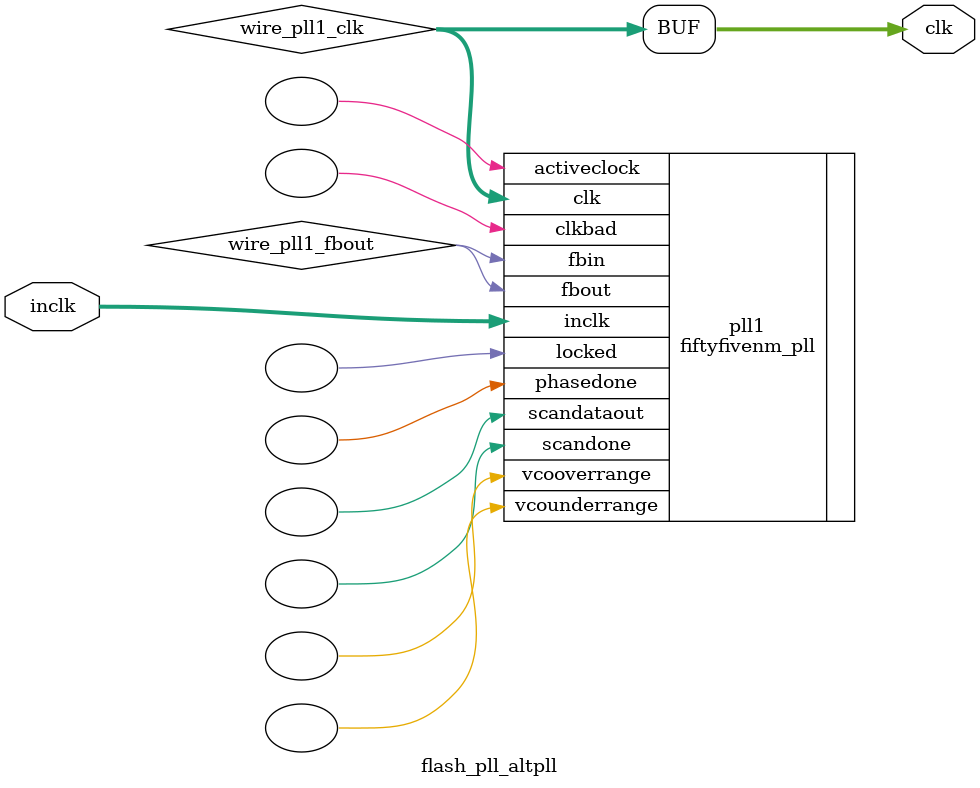
<source format=v>






//synthesis_resources = fiftyfivenm_pll 1 
//synopsys translate_off
`timescale 1 ps / 1 ps
//synopsys translate_on
module  flash_pll_altpll
	( 
	clk,
	inclk) /* synthesis synthesis_clearbox=1 */;
	output   [4:0]  clk;
	input   [1:0]  inclk;
`ifndef ALTERA_RESERVED_QIS
// synopsys translate_off
`endif
	tri0   [1:0]  inclk;
`ifndef ALTERA_RESERVED_QIS
// synopsys translate_on
`endif

	wire  [4:0]   wire_pll1_clk;
	wire  wire_pll1_fbout;

	fiftyfivenm_pll   pll1
	( 
	.activeclock(),
	.clk(wire_pll1_clk),
	.clkbad(),
	.fbin(wire_pll1_fbout),
	.fbout(wire_pll1_fbout),
	.inclk(inclk),
	.locked(),
	.phasedone(),
	.scandataout(),
	.scandone(),
	.vcooverrange(),
	.vcounderrange()
	`ifndef FORMAL_VERIFICATION
	// synopsys translate_off
	`endif
	,
	.areset(1'b0),
	.clkswitch(1'b0),
	.configupdate(1'b0),
	.pfdena(1'b1),
	.phasecounterselect({3{1'b0}}),
	.phasestep(1'b0),
	.phaseupdown(1'b0),
	.scanclk(1'b0),
	.scanclkena(1'b1),
	.scandata(1'b0)
	`ifndef FORMAL_VERIFICATION
	// synopsys translate_on
	`endif
	);
	defparam
		pll1.bandwidth_type = "auto",
		pll1.clk0_divide_by = 8,
		pll1.clk0_duty_cycle = 50,
		pll1.clk0_multiply_by = 1,
		pll1.clk0_phase_shift = "0",
		pll1.compensate_clock = "clk0",
		pll1.inclk0_input_frequency = 20000,
		pll1.operation_mode = "normal",
		pll1.pll_type = "auto",
		pll1.lpm_type = "fiftyfivenm_pll";
	assign
		clk = {wire_pll1_clk[4:0]};
endmodule //flash_pll_altpll
//VALID FILE

</source>
